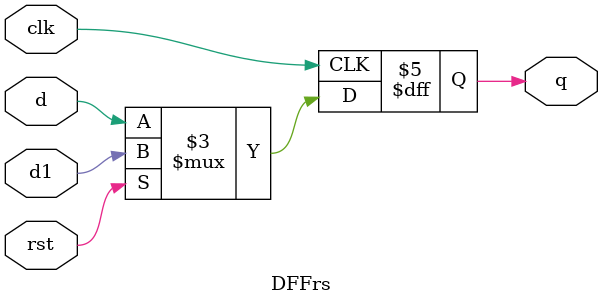
<source format=v>
module DFFrs(clk, d, d1, rst, q);
  input clk, d, d1, rst;
  output reg q;

  always @(posedge(clk))
    if (rst)
      q <= d1;
    else
      q <= d;
endmodule

</source>
